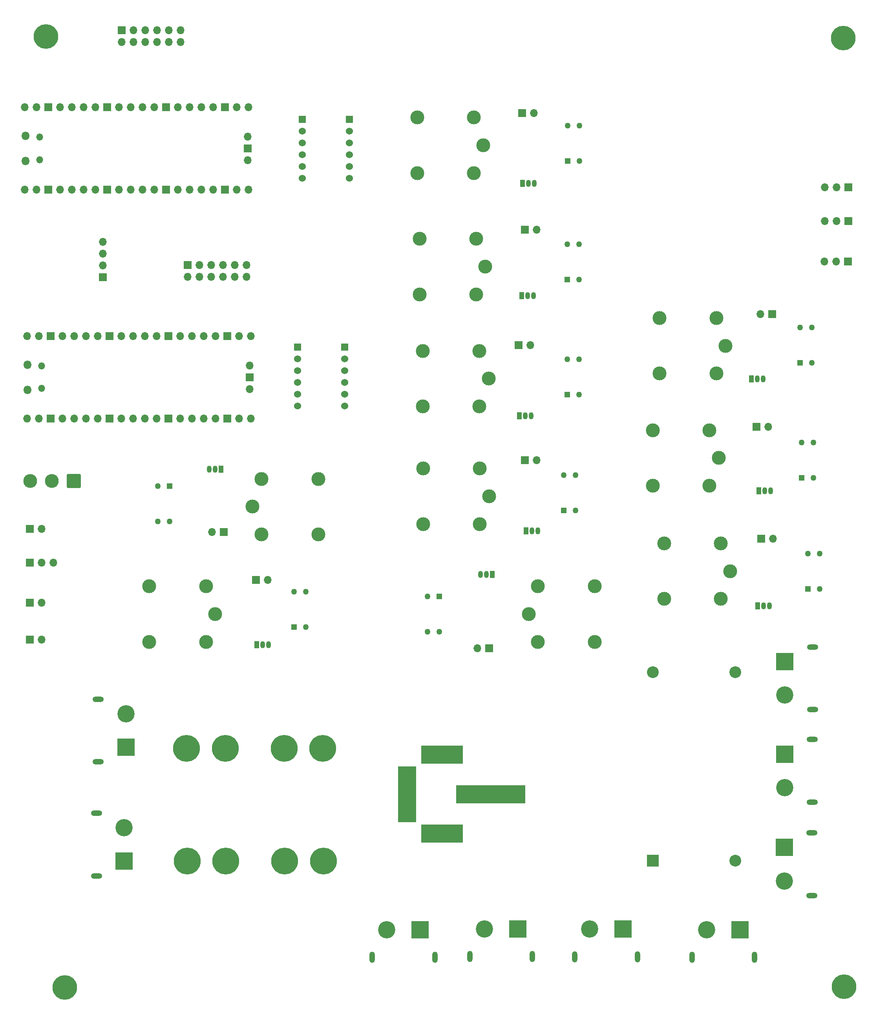
<source format=gbr>
%TF.GenerationSoftware,KiCad,Pcbnew,(6.0.5-0)*%
%TF.CreationDate,2024-02-03T23:16:41-05:00*%
%TF.ProjectId,RoboBoat PCB,526f626f-426f-4617-9420-5043422e6b69,rev?*%
%TF.SameCoordinates,Original*%
%TF.FileFunction,Soldermask,Bot*%
%TF.FilePolarity,Negative*%
%FSLAX46Y46*%
G04 Gerber Fmt 4.6, Leading zero omitted, Abs format (unit mm)*
G04 Created by KiCad (PCBNEW (6.0.5-0)) date 2024-02-03 23:16:41*
%MOMM*%
%LPD*%
G01*
G04 APERTURE LIST*
G04 Aperture macros list*
%AMRoundRect*
0 Rectangle with rounded corners*
0 $1 Rounding radius*
0 $2 $3 $4 $5 $6 $7 $8 $9 X,Y pos of 4 corners*
0 Add a 4 corners polygon primitive as box body*
4,1,4,$2,$3,$4,$5,$6,$7,$8,$9,$2,$3,0*
0 Add four circle primitives for the rounded corners*
1,1,$1+$1,$2,$3*
1,1,$1+$1,$4,$5*
1,1,$1+$1,$6,$7*
1,1,$1+$1,$8,$9*
0 Add four rect primitives between the rounded corners*
20,1,$1+$1,$2,$3,$4,$5,0*
20,1,$1+$1,$4,$5,$6,$7,0*
20,1,$1+$1,$6,$7,$8,$9,0*
20,1,$1+$1,$8,$9,$2,$3,0*%
G04 Aperture macros list end*
%ADD10R,1.700000X1.700000*%
%ADD11O,1.700000X1.700000*%
%ADD12R,1.260000X1.260000*%
%ADD13C,1.260000*%
%ADD14C,3.000000*%
%ADD15R,3.716000X3.716000*%
%ADD16C,3.716000*%
%ADD17O,1.200000X2.400000*%
%ADD18RoundRect,0.102000X1.387500X1.387500X-1.387500X1.387500X-1.387500X-1.387500X1.387500X-1.387500X0*%
%ADD19C,2.979000*%
%ADD20C,5.794000*%
%ADD21O,1.500000X1.500000*%
%ADD22O,1.800000X1.800000*%
%ADD23R,1.050000X1.500000*%
%ADD24O,1.050000X1.500000*%
%ADD25R,2.540000X2.540000*%
%ADD26C,2.540000*%
%ADD27O,2.400000X1.200000*%
%ADD28R,15.000000X4.000000*%
%ADD29R,9.000000X4.000000*%
%ADD30R,4.000000X12.000000*%
%ADD31C,1.524000*%
%ADD32R,1.524000X1.524000*%
%ADD33C,5.300000*%
G04 APERTURE END LIST*
D10*
%TO.C,J13*%
X147600000Y-126850000D03*
D11*
X150140000Y-126850000D03*
%TD*%
D12*
%TO.C,Q19*%
X206980000Y-105877500D03*
D13*
X209520000Y-105877500D03*
X209520000Y-98257500D03*
X206980000Y-98257500D03*
%TD*%
D12*
%TO.C,Q12*%
X156730000Y-87927500D03*
D13*
X159270000Y-87927500D03*
X159270000Y-80307500D03*
X156730000Y-80307500D03*
%TD*%
D10*
%TO.C,J10*%
X40850000Y-165600000D03*
D11*
X43390000Y-165600000D03*
%TD*%
D10*
%TO.C,J7*%
X60625000Y-34160000D03*
D11*
X60625000Y-36700000D03*
X63165000Y-34160000D03*
X63165000Y-36700000D03*
X65705000Y-34160000D03*
X65705000Y-36700000D03*
X68245000Y-34160000D03*
X68245000Y-36700000D03*
X70785000Y-34160000D03*
X70785000Y-36700000D03*
X73325000Y-34160000D03*
X73325000Y-36700000D03*
%TD*%
D14*
%TO.C,K9*%
X138650000Y-58950000D03*
X124450000Y-64950000D03*
X124450000Y-52950000D03*
X136650000Y-52950000D03*
X136650000Y-64950000D03*
%TD*%
D10*
%TO.C,J29*%
X200950000Y-95400000D03*
D11*
X198410000Y-95400000D03*
%TD*%
D10*
%TO.C,J30*%
X40850000Y-141700000D03*
D11*
X43390000Y-141700000D03*
%TD*%
D15*
%TO.C,J20*%
X125050000Y-228100000D03*
D16*
X117850000Y-228100000D03*
D17*
X128200000Y-234100000D03*
X114700000Y-234100000D03*
%TD*%
D10*
%TO.C,J14*%
X146275000Y-102050000D03*
D11*
X148815000Y-102050000D03*
%TD*%
D18*
%TO.C,S2*%
X50300000Y-131350000D03*
D19*
X45600000Y-131350000D03*
X40900000Y-131350000D03*
%TD*%
D12*
%TO.C,Q5*%
X207280000Y-130660000D03*
D13*
X209820000Y-130660000D03*
X209820000Y-123040000D03*
X207280000Y-123040000D03*
%TD*%
D12*
%TO.C,Q2*%
X97860000Y-162900000D03*
D13*
X100400000Y-162900000D03*
X100400000Y-155280000D03*
X97860000Y-155280000D03*
%TD*%
D20*
%TO.C,F1*%
X74790000Y-213300000D03*
X83120000Y-213300000D03*
X95820000Y-213300000D03*
X104150000Y-213300000D03*
%TD*%
D21*
%TO.C,U4*%
X42935000Y-62075000D03*
D22*
X39905000Y-56925000D03*
X39905000Y-62375000D03*
D21*
X42935000Y-57225000D03*
D11*
X39775000Y-68540000D03*
X42315000Y-68540000D03*
D10*
X44855000Y-68540000D03*
D11*
X47395000Y-68540000D03*
X49935000Y-68540000D03*
X52475000Y-68540000D03*
X55015000Y-68540000D03*
D10*
X57555000Y-68540000D03*
D11*
X60095000Y-68540000D03*
X62635000Y-68540000D03*
X65175000Y-68540000D03*
X67715000Y-68540000D03*
D10*
X70255000Y-68540000D03*
D11*
X72795000Y-68540000D03*
X75335000Y-68540000D03*
X77875000Y-68540000D03*
X80415000Y-68540000D03*
D10*
X82955000Y-68540000D03*
D11*
X85495000Y-68540000D03*
X88035000Y-68540000D03*
X88035000Y-50760000D03*
X85495000Y-50760000D03*
D10*
X82955000Y-50760000D03*
D11*
X80415000Y-50760000D03*
X77875000Y-50760000D03*
X75335000Y-50760000D03*
X72795000Y-50760000D03*
D10*
X70255000Y-50760000D03*
D11*
X67715000Y-50760000D03*
X65175000Y-50760000D03*
X62635000Y-50760000D03*
X60095000Y-50760000D03*
D10*
X57555000Y-50760000D03*
D11*
X55015000Y-50760000D03*
X52475000Y-50760000D03*
X49935000Y-50760000D03*
X47395000Y-50760000D03*
D10*
X44855000Y-50760000D03*
D11*
X42315000Y-50760000D03*
X39775000Y-50760000D03*
X87805000Y-62190000D03*
D10*
X87805000Y-59650000D03*
D11*
X87805000Y-57110000D03*
%TD*%
D23*
%TO.C,Q18*%
X147150000Y-67200000D03*
D24*
X148420000Y-67200000D03*
X149690000Y-67200000D03*
%TD*%
D25*
%TO.C,U6*%
X175260000Y-213220000D03*
D26*
X193040000Y-213220000D03*
X193040000Y-172580000D03*
X175260000Y-172580000D03*
%TD*%
D15*
%TO.C,J26*%
X203634300Y-190250000D03*
D16*
X203634300Y-197450000D03*
D27*
X209634300Y-187100000D03*
X209634300Y-200600000D03*
%TD*%
D14*
%TO.C,K8*%
X191900000Y-150800000D03*
X177700000Y-156800000D03*
X177700000Y-144800000D03*
X189900000Y-144800000D03*
X189900000Y-156800000D03*
%TD*%
D10*
%TO.C,J11*%
X82700000Y-142400000D03*
D11*
X80160000Y-142400000D03*
%TD*%
D10*
%TO.C,J9*%
X40850000Y-157650000D03*
D11*
X43390000Y-157650000D03*
%TD*%
D10*
%TO.C,J8*%
X40850000Y-148950000D03*
D11*
X43390000Y-148950000D03*
X45930000Y-148950000D03*
%TD*%
D15*
%TO.C,J21*%
X146100000Y-227934200D03*
D16*
X138900000Y-227934200D03*
D17*
X149250000Y-233934200D03*
X135750000Y-233934200D03*
%TD*%
D15*
%TO.C,J24*%
X168750000Y-227950000D03*
D16*
X161550000Y-227950000D03*
D17*
X171900000Y-233950000D03*
X158400000Y-233950000D03*
%TD*%
D10*
%TO.C,J17*%
X147600000Y-77150000D03*
D11*
X150140000Y-77150000D03*
%TD*%
D15*
%TO.C,J22*%
X61215800Y-213350000D03*
D16*
X61215800Y-206150000D03*
D27*
X55215800Y-216500000D03*
X55215800Y-203000000D03*
%TD*%
D23*
%TO.C,Q6*%
X82050000Y-128850000D03*
D24*
X80780000Y-128850000D03*
X79510000Y-128850000D03*
%TD*%
D23*
%TO.C,Q9*%
X146400000Y-117350000D03*
D24*
X147670000Y-117350000D03*
X148940000Y-117350000D03*
%TD*%
D12*
%TO.C,Q1*%
X70970000Y-132440000D03*
D13*
X68430000Y-132440000D03*
X68430000Y-140060000D03*
X70970000Y-140060000D03*
%TD*%
D10*
%TO.C,J12*%
X89630000Y-152740000D03*
D11*
X92170000Y-152740000D03*
%TD*%
D10*
%TO.C,J16*%
X139900000Y-167450000D03*
D11*
X137360000Y-167450000D03*
%TD*%
D14*
%TO.C,K5*%
X189450000Y-126400000D03*
X175250000Y-132400000D03*
X175250000Y-120400000D03*
X187450000Y-120400000D03*
X187450000Y-132400000D03*
%TD*%
%TO.C,K2*%
X80830000Y-160040000D03*
X66630000Y-166040000D03*
X66630000Y-154040000D03*
X78830000Y-154040000D03*
X78830000Y-166040000D03*
%TD*%
D28*
%TO.C,K10*%
X140245000Y-198905000D03*
D29*
X129745000Y-207405000D03*
X129745000Y-190405000D03*
D30*
X122245000Y-198905000D03*
%TD*%
D31*
%TO.C,U1*%
X108780000Y-110120000D03*
X98620000Y-110120000D03*
X108780000Y-107580000D03*
D32*
X108780000Y-102500000D03*
D31*
X108780000Y-105040000D03*
X108780000Y-112660000D03*
X108780000Y-115200000D03*
X98620000Y-107580000D03*
D32*
X98620000Y-102500000D03*
D31*
X98620000Y-105040000D03*
X98620000Y-112660000D03*
X98620000Y-115200000D03*
%TD*%
D23*
%TO.C,Q10*%
X198100000Y-133500000D03*
D24*
X199370000Y-133500000D03*
X200640000Y-133500000D03*
%TD*%
D14*
%TO.C,K1*%
X88850000Y-136900000D03*
X103050000Y-130900000D03*
X103050000Y-142900000D03*
X90850000Y-142900000D03*
X90850000Y-130900000D03*
%TD*%
%TO.C,K7*%
X139100000Y-85150000D03*
X124900000Y-91150000D03*
X124900000Y-79150000D03*
X137100000Y-79150000D03*
X137100000Y-91150000D03*
%TD*%
D33*
%TO.C,H2*%
X216300000Y-35900000D03*
%TD*%
D10*
%TO.C,J2*%
X217300000Y-84050000D03*
D11*
X214760000Y-84050000D03*
X212220000Y-84050000D03*
%TD*%
D22*
%TO.C,U3*%
X40355000Y-111725000D03*
D21*
X43385000Y-111425000D03*
X43385000Y-106575000D03*
D22*
X40355000Y-106275000D03*
D11*
X40225000Y-117890000D03*
X42765000Y-117890000D03*
D10*
X45305000Y-117890000D03*
D11*
X47845000Y-117890000D03*
X50385000Y-117890000D03*
X52925000Y-117890000D03*
X55465000Y-117890000D03*
D10*
X58005000Y-117890000D03*
D11*
X60545000Y-117890000D03*
X63085000Y-117890000D03*
X65625000Y-117890000D03*
X68165000Y-117890000D03*
D10*
X70705000Y-117890000D03*
D11*
X73245000Y-117890000D03*
X75785000Y-117890000D03*
X78325000Y-117890000D03*
X80865000Y-117890000D03*
D10*
X83405000Y-117890000D03*
D11*
X85945000Y-117890000D03*
X88485000Y-117890000D03*
X88485000Y-100110000D03*
X85945000Y-100110000D03*
D10*
X83405000Y-100110000D03*
D11*
X80865000Y-100110000D03*
X78325000Y-100110000D03*
X75785000Y-100110000D03*
X73245000Y-100110000D03*
D10*
X70705000Y-100110000D03*
D11*
X68165000Y-100110000D03*
X65625000Y-100110000D03*
X63085000Y-100110000D03*
X60545000Y-100110000D03*
D10*
X58005000Y-100110000D03*
D11*
X55465000Y-100110000D03*
X52925000Y-100110000D03*
X50385000Y-100110000D03*
X47845000Y-100110000D03*
D10*
X45305000Y-100110000D03*
D11*
X42765000Y-100110000D03*
X40225000Y-100110000D03*
X88255000Y-111540000D03*
D10*
X88255000Y-109000000D03*
D11*
X88255000Y-106460000D03*
%TD*%
D10*
%TO.C,J6*%
X217350000Y-75350000D03*
D11*
X214810000Y-75350000D03*
X212270000Y-75350000D03*
%TD*%
D33*
%TO.C,H4*%
X44350000Y-35550000D03*
%TD*%
D10*
%TO.C,J18*%
X198600000Y-143850000D03*
D11*
X201140000Y-143850000D03*
%TD*%
D14*
%TO.C,K3*%
X139900000Y-134650000D03*
X125700000Y-140650000D03*
X125700000Y-128650000D03*
X137900000Y-128650000D03*
X137900000Y-140650000D03*
%TD*%
D10*
%TO.C,J3*%
X56600000Y-87400000D03*
D11*
X56600000Y-84860000D03*
X56600000Y-82320000D03*
X56600000Y-79780000D03*
%TD*%
D10*
%TO.C,J4*%
X217350000Y-68050000D03*
D11*
X214810000Y-68050000D03*
X212270000Y-68050000D03*
%TD*%
D15*
%TO.C,J23*%
X61565800Y-188750000D03*
D16*
X61565800Y-181550000D03*
D27*
X55565800Y-191900000D03*
X55565800Y-178400000D03*
%TD*%
D23*
%TO.C,Q7*%
X89790000Y-166640000D03*
D24*
X91060000Y-166640000D03*
X92330000Y-166640000D03*
%TD*%
D33*
%TO.C,H1*%
X48400000Y-240550000D03*
%TD*%
D23*
%TO.C,Q17*%
X197850000Y-158300000D03*
D24*
X199120000Y-158300000D03*
X200390000Y-158300000D03*
%TD*%
D15*
%TO.C,J28*%
X203650000Y-170300000D03*
D16*
X203650000Y-177500000D03*
D27*
X209650000Y-167150000D03*
X209650000Y-180650000D03*
%TD*%
D14*
%TO.C,K11*%
X190900000Y-102200000D03*
X176700000Y-108200000D03*
X176700000Y-96200000D03*
X188900000Y-96200000D03*
X188900000Y-108200000D03*
%TD*%
%TO.C,K6*%
X148450000Y-160050000D03*
X162650000Y-154050000D03*
X162650000Y-166050000D03*
X150450000Y-166050000D03*
X150450000Y-154050000D03*
%TD*%
D33*
%TO.C,H3*%
X216450000Y-240400000D03*
%TD*%
D23*
%TO.C,Q20*%
X196480000Y-109310000D03*
D24*
X197750000Y-109310000D03*
X199020000Y-109310000D03*
%TD*%
D23*
%TO.C,Q15*%
X140550000Y-151500000D03*
D24*
X139280000Y-151500000D03*
X138010000Y-151500000D03*
%TD*%
D10*
%TO.C,J15*%
X197600000Y-119700000D03*
D11*
X200140000Y-119700000D03*
%TD*%
D12*
%TO.C,Q3*%
X156030000Y-137727500D03*
D13*
X158570000Y-137727500D03*
X158570000Y-130107500D03*
X156030000Y-130107500D03*
%TD*%
D15*
%TO.C,J27*%
X203550000Y-210400000D03*
D16*
X203550000Y-217600000D03*
D27*
X209550000Y-207250000D03*
X209550000Y-220750000D03*
%TD*%
D14*
%TO.C,K4*%
X139800000Y-109300000D03*
X125600000Y-115300000D03*
X125600000Y-103300000D03*
X137800000Y-103300000D03*
X137800000Y-115300000D03*
%TD*%
D12*
%TO.C,Q4*%
X156780000Y-112760000D03*
D13*
X159320000Y-112760000D03*
X159320000Y-105140000D03*
X156780000Y-105140000D03*
%TD*%
D10*
%TO.C,J1*%
X74875000Y-84760000D03*
D11*
X74875000Y-87300000D03*
X77415000Y-84760000D03*
X77415000Y-87300000D03*
X79955000Y-84760000D03*
X79955000Y-87300000D03*
X82495000Y-84760000D03*
X82495000Y-87300000D03*
X85035000Y-84760000D03*
X85035000Y-87300000D03*
X87575000Y-84760000D03*
X87575000Y-87300000D03*
%TD*%
D23*
%TO.C,Q8*%
X147900000Y-142150000D03*
D24*
X149170000Y-142150000D03*
X150440000Y-142150000D03*
%TD*%
D15*
%TO.C,J25*%
X194000000Y-228100000D03*
D16*
X186800000Y-228100000D03*
D17*
X197150000Y-234100000D03*
X183650000Y-234100000D03*
%TD*%
D10*
%TO.C,J19*%
X147025000Y-52050000D03*
D11*
X149565000Y-52050000D03*
%TD*%
D12*
%TO.C,Q11*%
X129170000Y-156290000D03*
D13*
X126630000Y-156290000D03*
X126630000Y-163910000D03*
X129170000Y-163910000D03*
%TD*%
D12*
%TO.C,Q13*%
X208680000Y-154627500D03*
D13*
X211220000Y-154627500D03*
X211220000Y-147007500D03*
X208680000Y-147007500D03*
%TD*%
D12*
%TO.C,Q14*%
X156830000Y-62360000D03*
D13*
X159370000Y-62360000D03*
X159370000Y-54740000D03*
X156830000Y-54740000D03*
%TD*%
D23*
%TO.C,Q16*%
X146930000Y-91410000D03*
D24*
X148200000Y-91410000D03*
X149470000Y-91410000D03*
%TD*%
D20*
%TO.C,F2*%
X74665000Y-189005000D03*
X82995000Y-189005000D03*
X95695000Y-189005000D03*
X104025000Y-189005000D03*
%TD*%
D31*
%TO.C,U8*%
X109780000Y-61020000D03*
X99620000Y-61020000D03*
X109780000Y-58480000D03*
D32*
X109780000Y-53400000D03*
D31*
X109780000Y-55940000D03*
X109780000Y-63560000D03*
X109780000Y-66100000D03*
X99620000Y-58480000D03*
D32*
X99620000Y-53400000D03*
D31*
X99620000Y-55940000D03*
X99620000Y-63560000D03*
X99620000Y-66100000D03*
%TD*%
M02*

</source>
